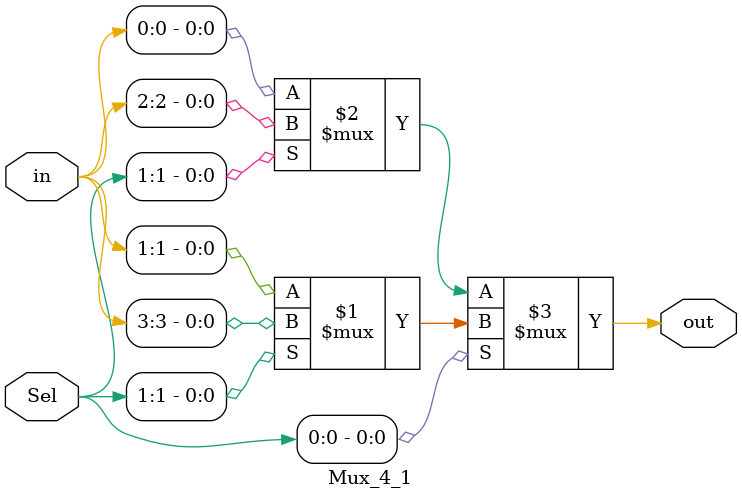
<source format=v>
module Mux_16x1(Sel,in,out); //top level 16_1 mux module
input [3:0] Sel;
input  [15:0] in;
output out;
wire o1,o2,o3,o4;

Mux_4_1 m1(.Sel(Sel[1:0]),.in(in[3:0]),.out(o1));
Mux_4_1 m2(.Sel(Sel[1:0]),.in(in[7:4]),.out(o2));
Mux_4_1 m3(.Sel(Sel[1:0]),.in(in[11:8]),.out(o3));
Mux_4_1 m4(.Sel(Sel[1:0]),.in(in[15:12]),.out(o4));
Mux_4_1 m5(.Sel(Sel[3:2]),.in({o4,o3,o2,o1}),.out(out));

endmodule

module Mux_4_1(Sel,in,out); // 4_1 mux inputs which has to be used to build 16_1 mux
input [1:0] Sel;
input  [3:0] in;
output out;

assign out = Sel[0]?(Sel[1]?in[3]:in[1]):(Sel[1]?in[2]:in[0]);

endmodule


</source>
